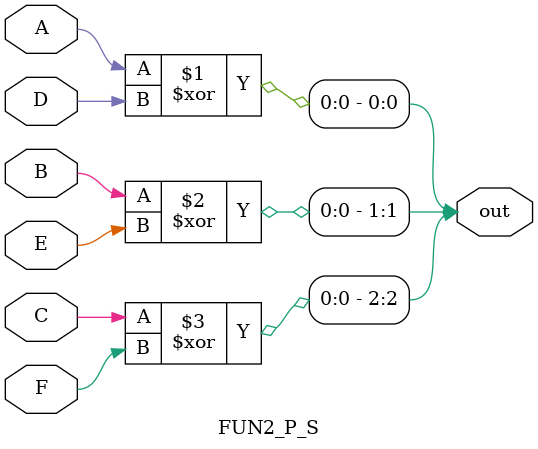
<source format=sv>
module FUN2_P_S(A, B, C, D, E, F, out);
   input A, B, C, D, E, F;
   output [2:0] out;
	
	xor Xor0 (out[0], A, D);
	xor Xor1 (out[1], B, E);
	xor Xor2 (out[2], C, F);

	
endmodule
</source>
